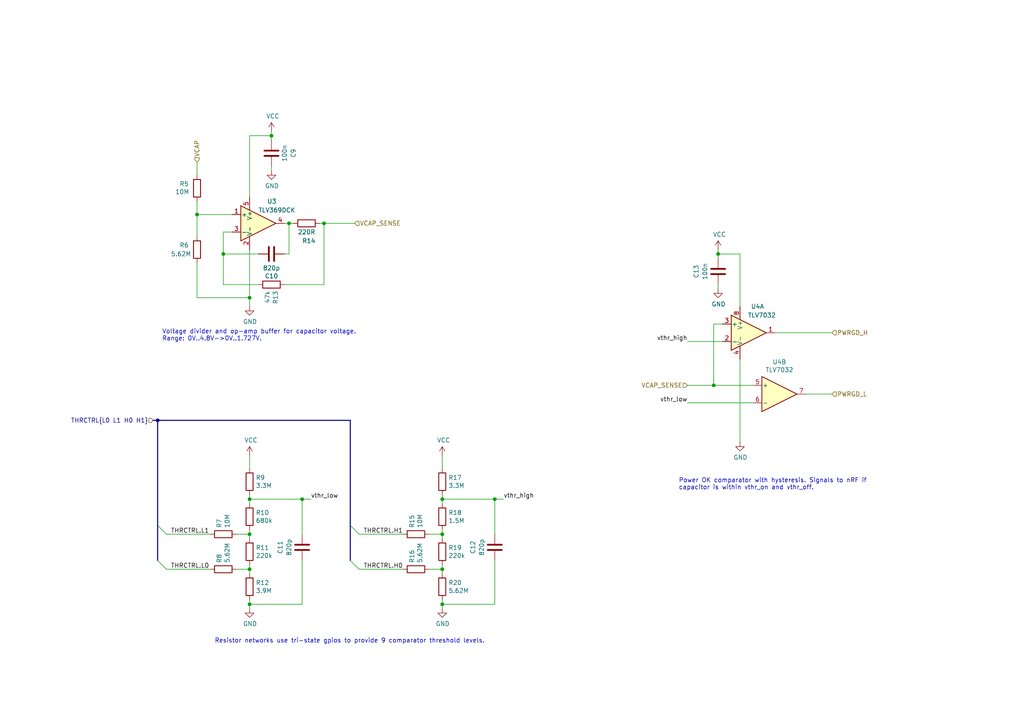
<source format=kicad_sch>
(kicad_sch (version 20231120) (generator "eeschema") (generator_version "8.0")
  (paper "A4")
  (lib_symbols
    (symbol "Riotee:C" (pin_numbers hide) (pin_names (offset 0.254))
      (property "Reference" "C" (at 0.635 2.54 0))
      (property "Value" "C" (at 0.635 -2.54 0))
      (symbol "C_0_1"
        (polyline (pts (xy -2.032 -0.762) (xy 2.032 -0.762)) (stroke (width 0.508)))
        (polyline (pts (xy -2.032 0.762) (xy 2.032 0.762)) (stroke (width 0.508)))
      )
      (symbol "C_1_1"
        (pin passive line (at 0 3.81 270) (length 2.794) (name "~") (number "1"))
        (pin passive line (at 0 -3.81 90) (length 2.794) (name "~") (number "2"))
      )
    )
    (symbol "Riotee:GND" (power) (pin_names (offset 0))
      (property "Value" "GND" (at 0 -3.81 0))
      (symbol "GND_0_1"
        (polyline (pts (xy 0 0) (xy 0 -1.27) (xy 1.27 -1.27) (xy 0 -2.54) (xy -1.27 -1.27) (xy 0 -1.27)))
      )
      (symbol "GND_1_1"
        (pin power_in line (at 0 0 270) (length 0) hide (name "GND") (number "1"))
      )
    )
    (symbol "Riotee:R" (pin_numbers hide) (pin_names (offset 0))
      (property "Reference" "R" (at 2.032 0 90))
      (property "Value" "R" (at 0 0 90))
      (symbol "R_0_1"
        (rectangle (start -1.016 -2.54) (end 1.016 2.54) (stroke (width 0.254)))
      )
      (symbol "R_1_1"
        (pin passive line (at 0 3.81 270) (length 1.27) (name "~") (number "1"))
        (pin passive line (at 0 -3.81 90) (length 1.27) (name "~") (number "2"))
      )
    )
    (symbol "Riotee:TLV369DCK" (pin_names (offset 0.127))
      (property "Reference" "U" (at 0 7.62 0))
      (property "Value" "TLV369DCK" (at -7.62 -20.32 0))
      (symbol "TLV369DCK_0_1"
        (polyline (pts (xy -5.08 5.08) (xy 5.08 0) (xy -5.08 -5.08) (xy -5.08 5.08)) (stroke (width 0.254)) (fill (type background)))
      )
      (symbol "TLV369DCK_1_1"
        (pin input line (at -7.62 2.54 0) (length 2.54) (name "+") (number "1"))
        (pin power_in line (at -2.54 -7.62 90) (length 3.81) (name "V-") (number "2"))
        (pin input line (at -7.62 -2.54 0) (length 2.54) (name "-") (number "3"))
        (pin output line (at 7.62 0 180) (length 2.54) (name "~") (number "4"))
        (pin power_in line (at -2.54 7.62 270) (length 3.81) (name "V+") (number "5"))
      )
    )
    (symbol "Riotee:TLV7032" (pin_names (offset 0.127))
      (property "Reference" "U" (at 1.27 6.35 0))
      (property "Value" "TLV7032" (at 3.81 3.81 0))
      (symbol "TLV7032_1_1"
        (polyline (pts (xy -5.08 5.08) (xy 5.08 0) (xy -5.08 -5.08) (xy -5.08 5.08)) (stroke (width 0.254)) (fill (type background)))
        (pin output line (at 7.62 0 180) (length 2.54) (name "~") (number "1"))
        (pin input line (at -7.62 -2.54 0) (length 2.54) (name "-") (number "2"))
        (pin input line (at -7.62 2.54 0) (length 2.54) (name "+") (number "3"))
      )
      (symbol "TLV7032_2_1"
        (polyline (pts (xy -5.08 2.54) (xy -5.08 5.08) (xy 5.08 0) (xy -5.08 -5.08) (xy -5.08 2.54)) (stroke (width 0.254)) (fill (type background)))
        (pin input line (at -7.62 2.54 0) (length 2.54) (name "+") (number "5"))
        (pin input line (at -7.62 -2.54 0) (length 2.54) (name "-") (number "6"))
        (pin output line (at 7.62 0 180) (length 2.54) (name "~") (number "7"))
      )
      (symbol "TLV7032_3_1"
        (pin power_in line (at -2.54 -7.62 90) (length 3.81) (name "V-") (number "4"))
        (pin power_in line (at -2.54 7.62 270) (length 3.81) (name "V+") (number "8"))
        (pin passive line (at -2.54 -7.62 90) (length 3.81) hide (name "THM") (number "9"))
      )
    )
    (symbol "Riotee:VCC" (power) (pin_names (offset 0))
      (property "Value" "VCC" (at 0 3.81 0))
      (symbol "VCC_0_1"
        (polyline (pts (xy -0.762 1.27) (xy 0 2.54)))
        (polyline (pts (xy 0 0) (xy 0 2.54)))
        (polyline (pts (xy 0 2.54) (xy 0.762 1.27)))
      )
      (symbol "VCC_1_1"
        (pin power_in line (at 0 0 90) (length 0) hide (name "VCC") (number "1"))
      )
    )
  )
  (junction (at 93.98 64.77))
  (junction (at 83.82 64.77))
  (junction (at 57.15 62.23))
  (junction (at 72.39 165.1))
  (junction (at 64.77 73.66))
  (junction (at 45.72 121.92))
  (junction (at 72.39 154.94))
  (junction (at 72.39 175.26))
  (junction (at 128.27 175.26))
  (junction (at 78.74 39.37))
  (junction (at 207.01 111.76))
  (junction (at 143.51 144.78))
  (junction (at 208.28 73.66))
  (junction (at 72.39 86.36))
  (junction (at 128.27 165.1))
  (junction (at 128.27 154.94))
  (junction (at 128.27 144.78))
  (junction (at 87.63 144.78))
  (junction (at 72.39 144.78))
  (bus_entry (at 45.72 152.4) (size 2.54 2.54))
  (bus_entry (at 45.72 162.56) (size 2.54 2.54))
  (bus_entry (at 101.6 152.4) (size 2.54 2.54))
  (bus_entry (at 101.6 162.56) (size 2.54 2.54))
  (wire (pts (xy 68.58 165.1) (xy 72.39 165.1)))
  (wire (pts (xy 64.77 82.55) (xy 74.93 82.55)))
  (wire (pts (xy 224.79 96.52) (xy 241.3 96.52)))
  (wire (pts (xy 124.46 154.94) (xy 128.27 154.94)))
  (wire (pts (xy 72.39 153.67) (xy 72.39 154.94)))
  (wire (pts (xy 72.39 143.51) (xy 72.39 144.78)))
  (wire (pts (xy 128.27 154.94) (xy 128.27 156.21)))
  (wire (pts (xy 72.39 165.1) (xy 72.39 166.37)))
  (wire (pts (xy 64.77 67.31) (xy 67.31 67.31)))
  (wire (pts (xy 72.39 132.08) (xy 72.39 135.89)))
  (wire (pts (xy 72.39 163.83) (xy 72.39 165.1)))
  (wire (pts (xy 87.63 162.56) (xy 87.63 175.26)))
  (wire (pts (xy 208.28 73.66) (xy 214.63 73.66)))
  (wire (pts (xy 72.39 88.9) (xy 72.39 86.36)))
  (wire (pts (xy 83.82 73.66) (xy 83.82 64.77)))
  (wire (pts (xy 83.82 64.77) (xy 85.09 64.77)))
  (wire (pts (xy 57.15 76.2) (xy 57.15 86.36)))
  (wire (pts (xy 208.28 74.93) (xy 208.28 73.66)))
  (wire (pts (xy 143.51 175.26) (xy 128.27 175.26)))
  (wire (pts (xy 143.51 144.78) (xy 146.05 144.78)))
  (bus (pts (xy 101.6 162.56) (xy 101.6 152.4)))
  (wire (pts (xy 92.71 64.77) (xy 93.98 64.77)))
  (wire (pts (xy 57.15 62.23) (xy 57.15 58.42)))
  (wire (pts (xy 93.98 64.77) (xy 102.87 64.77)))
  (bus (pts (xy 45.72 152.4) (xy 45.72 162.56)))
  (wire (pts (xy 209.55 99.06) (xy 199.39 99.06)))
  (wire (pts (xy 64.77 73.66) (xy 64.77 67.31)))
  (wire (pts (xy 128.27 144.78) (xy 128.27 146.05)))
  (wire (pts (xy 128.27 165.1) (xy 128.27 166.37)))
  (wire (pts (xy 72.39 173.99) (xy 72.39 175.26)))
  (wire (pts (xy 57.15 50.8) (xy 57.15 46.99)))
  (wire (pts (xy 214.63 128.27) (xy 214.63 104.14)))
  (bus (pts (xy 101.6 152.4) (xy 101.6 121.92)))
  (wire (pts (xy 214.63 73.66) (xy 214.63 88.9)))
  (wire (pts (xy 78.74 49.53) (xy 78.74 48.26)))
  (wire (pts (xy 82.55 82.55) (xy 93.98 82.55)))
  (wire (pts (xy 78.74 40.64) (xy 78.74 39.37)))
  (wire (pts (xy 78.74 39.37) (xy 72.39 39.37)))
  (wire (pts (xy 67.31 62.23) (xy 57.15 62.23)))
  (wire (pts (xy 207.01 93.98) (xy 207.01 111.76)))
  (wire (pts (xy 72.39 86.36) (xy 72.39 72.39)))
  (bus (pts (xy 45.72 121.92) (xy 45.72 152.4)))
  (wire (pts (xy 82.55 73.66) (xy 83.82 73.66)))
  (wire (pts (xy 128.27 163.83) (xy 128.27 165.1)))
  (wire (pts (xy 48.26 154.94) (xy 60.96 154.94)))
  (wire (pts (xy 83.82 64.77) (xy 82.55 64.77)))
  (wire (pts (xy 87.63 154.94) (xy 87.63 144.78)))
  (wire (pts (xy 209.55 93.98) (xy 207.01 93.98)))
  (wire (pts (xy 128.27 173.99) (xy 128.27 175.26)))
  (wire (pts (xy 48.26 165.1) (xy 60.96 165.1)))
  (wire (pts (xy 128.27 143.51) (xy 128.27 144.78)))
  (wire (pts (xy 233.68 114.3) (xy 241.3 114.3)))
  (bus (pts (xy 44.45 121.92) (xy 45.72 121.92)))
  (wire (pts (xy 143.51 144.78) (xy 128.27 144.78)))
  (wire (pts (xy 207.01 111.76) (xy 218.44 111.76)))
  (wire (pts (xy 128.27 175.26) (xy 128.27 176.53)))
  (wire (pts (xy 93.98 82.55) (xy 93.98 64.77)))
  (wire (pts (xy 57.15 68.58) (xy 57.15 62.23)))
  (wire (pts (xy 78.74 39.37) (xy 78.74 38.1)))
  (wire (pts (xy 72.39 39.37) (xy 72.39 57.15)))
  (wire (pts (xy 64.77 73.66) (xy 64.77 82.55)))
  (wire (pts (xy 208.28 83.82) (xy 208.28 82.55)))
  (wire (pts (xy 128.27 132.08) (xy 128.27 135.89)))
  (wire (pts (xy 208.28 73.66) (xy 208.28 72.39)))
  (wire (pts (xy 143.51 154.94) (xy 143.51 144.78)))
  (wire (pts (xy 87.63 144.78) (xy 72.39 144.78)))
  (wire (pts (xy 199.39 111.76) (xy 207.01 111.76)))
  (wire (pts (xy 104.14 154.94) (xy 116.84 154.94)))
  (wire (pts (xy 57.15 86.36) (xy 72.39 86.36)))
  (wire (pts (xy 128.27 153.67) (xy 128.27 154.94)))
  (wire (pts (xy 143.51 162.56) (xy 143.51 175.26)))
  (wire (pts (xy 72.39 175.26) (xy 72.39 176.53)))
  (wire (pts (xy 74.93 73.66) (xy 64.77 73.66)))
  (wire (pts (xy 72.39 144.78) (xy 72.39 146.05)))
  (wire (pts (xy 104.14 165.1) (xy 116.84 165.1)))
  (wire (pts (xy 87.63 144.78) (xy 90.17 144.78)))
  (wire (pts (xy 72.39 154.94) (xy 72.39 156.21)))
  (wire (pts (xy 124.46 165.1) (xy 128.27 165.1)))
  (wire (pts (xy 87.63 175.26) (xy 72.39 175.26)))
  (wire (pts (xy 68.58 154.94) (xy 72.39 154.94)))
  (bus (pts (xy 45.72 121.92) (xy 101.6 121.92)))
  (wire (pts (xy 218.44 116.84) (xy 199.39 116.84)))
  (text "Power OK comparator with hysteresis. Signals to nRF if\ncapacitor is within vthr_on and vthr_off." (at 196.85 142.24 0) (effects (font (size 1.27 1.27)) (justify left bottom)))
  (text "Resistor networks use tri-state gpios to provide 9 comparator threshold levels." (at 62.23 186.69 0) (effects (font (size 1.27 1.27)) (justify left bottom)))
  (text "Voltage divider and op-amp buffer for capacitor voltage.\nRange: 0V..4.8V->0V..1.727V." (at 46.99 99.06 0) (effects (font (size 1.27 1.27)) (justify left bottom)))
  (label "vthr_high" (at 199.39 99.06 180))
  (label "THRCTRL.H0" (at 105.41 165.1 0))
  (label "vthr_high" (at 146.05 144.78 0))
  (label "vthr_low" (at 90.17 144.78 0))
  (label "vthr_low" (at 199.39 116.84 180))
  (label "THRCTRL.L0" (at 49.53 165.1 0))
  (label "THRCTRL.L1" (at 49.53 154.94 0))
  (label "THRCTRL.H1" (at 105.41 154.94 0))
  (hierarchical_label "VCAP_SENSE" (shape input) (at 102.87 64.77 0))
  (hierarchical_label "VCAP_SENSE" (shape input) (at 199.39 111.76 180))
  (hierarchical_label "THRCTRL{L0 L1 H0 H1}" (shape input) (at 44.45 121.92 180))
  (hierarchical_label "PWRGD_L" (shape input) (at 241.3 114.3 0))
  (hierarchical_label "VCAP" (shape input) (at 57.15 46.99 90))
  (hierarchical_label "PWRGD_H" (shape input) (at 241.3 96.52 0))
  (symbol (lib_id "Riotee:R") (at 64.77 165.1 90) (unit 1)
    (property "Reference" "R8" (at 63.6016 163.322 0) (effects (justify left)))
    (property "Value" "5.62M" (at 65.913 163.322 0) (effects (justify left)))
    (property "Footprint" "Riotee:R_0201_0603Metric" (effects (hide yes)))
    (property "Description" "RES 5.62M OHM 1% 1/20W 0201" (effects (hide yes)))
    (property "MPN" "RC0201FR-075M62L" (effects (hide yes)))
  )
  (symbol (lib_id "Riotee:R") (at 78.74 82.55 270) (unit 1)
    (property "Reference" "R13" (at 79.9084 84.328 0) (effects (justify left)))
    (property "Value" "47k" (at 77.597 84.328 0) (effects (justify left)))
    (property "Footprint" "Riotee:R_0201_0603Metric" (effects (hide yes)))
    (property "Description" "RES 47K OHM 1% 1/20W 0201" (effects (hide yes)))
    (property "MPN" "RC0201FR-0747KL" (effects (hide yes)))
  )
  (symbol (lib_id "Riotee:R") (at 128.27 139.7 0) (unit 1)
    (property "Reference" "R17" (at 130.048 138.5316 0) (effects (justify left)))
    (property "Value" "3.3M" (at 130.048 140.843 0) (effects (justify left)))
    (property "Footprint" "Riotee:R_0201_0603Metric" (effects (hide yes)))
    (property "Description" "RES 3.3M OHM 1% 1/20W 0201" (effects (hide yes)))
    (property "MPN" "RC0201FR-073M3L" (effects (hide yes)))
  )
  (symbol (lib_id "Riotee:GND") (at 214.63 128.27 0) (unit 1)
    (property "Reference" "#PWR019" (effects (hide yes)))
    (property "Value" "GND" (at 214.757 132.6642 0))
  )
  (symbol (lib_id "Riotee:VCC") (at 78.74 38.1 0) (unit 1)
    (property "Reference" "#PWR013" (effects (hide yes)))
    (property "Value" "VCC" (at 79.121 33.7058 0))
  )
  (symbol (lib_id "Riotee:R") (at 128.27 160.02 0) (unit 1)
    (property "Reference" "R19" (at 130.048 158.8516 0) (effects (justify left)))
    (property "Value" "220k" (at 130.048 161.163 0) (effects (justify left)))
    (property "Footprint" "Riotee:R_0201_0603Metric" (effects (hide yes)))
    (property "Description" "RES SMD 220K OHM 1% 1/20W 0201" (effects (hide yes)))
    (property "MPN" "RC0201FR-07220KL" (effects (hide yes)))
  )
  (symbol (lib_id "Riotee:R") (at 120.65 154.94 90) (unit 1)
    (property "Reference" "R15" (at 119.4816 153.162 0) (effects (justify left)))
    (property "Value" "10M" (at 121.793 153.162 0) (effects (justify left)))
    (property "Footprint" "Riotee:R_0201_0603Metric" (effects (hide yes)))
    (property "Description" "RES 10M OHM 1% 1/20W 0201" (effects (hide yes)))
    (property "MPN" "RC0201FR-0710ML" (effects (hide yes)))
  )
  (symbol (lib_id "Riotee:R") (at 72.39 149.86 0) (unit 1)
    (property "Reference" "R10" (at 74.168 148.6916 0) (effects (justify left)))
    (property "Value" "680k" (at 74.168 151.003 0) (effects (justify left)))
    (property "Footprint" "Riotee:R_0201_0603Metric" (effects (hide yes)))
    (property "Description" "RES 680K OHM 1% 1/20W 0201" (effects (hide yes)))
    (property "MPN" "RC0201FR-07680KL" (effects (hide yes)))
  )
  (symbol (lib_id "Riotee:C") (at 143.51 158.75 180) (unit 1)
    (property "Reference" "C12" (at 137.16 158.75 90))
    (property "Value" "820p" (at 139.7 158.75 90))
    (property "Footprint" "Riotee:C_0201_0603Metric" (effects (hide yes)))
    (property "Description" "CAP CER 820PF 50V C0G/NP0 0201" (effects (hide yes)))
    (property "MPN" "GRM0335C1H821JE01D" (effects (hide yes)))
  )
  (symbol (lib_id "Riotee:R") (at 120.65 165.1 90) (unit 1)
    (property "Reference" "R16" (at 119.4816 163.322 0) (effects (justify left)))
    (property "Value" "5.62M" (at 121.793 163.322 0) (effects (justify left)))
    (property "Footprint" "Riotee:R_0201_0603Metric" (effects (hide yes)))
    (property "Description" "RES 5.62M OHM 1% 1/20W 0201" (effects (hide yes)))
    (property "MPN" "RC0201FR-075M62L" (effects (hide yes)))
  )
  (symbol (lib_id "Riotee:R") (at 57.15 54.61 0) (unit 1)
    (property "Reference" "R5" (at 52.07 53.34 0) (effects (justify left)))
    (property "Value" "10M" (at 50.8 55.6514 0) (effects (justify left)))
    (property "Footprint" "Riotee:R_0201_0603Metric" (effects (hide yes)))
    (property "Description" "RES 10M OHM 1% 1/20W 0201" (effects (hide yes)))
    (property "MPN" "RC0201FR-0710ML" (effects (hide yes)))
  )
  (symbol (lib_id "Riotee:TLV7032") (at 217.17 96.52 0) (unit 1)
    (property "Reference" "U4" (at 219.71 88.9 0))
    (property "Value" "TLV7032" (at 220.98 91.44 0))
    (property "Footprint" "Riotee:TI_WSON8_DSG" (effects (hide yes)))
    (property "Datasheet" "http://www.ti.com/lit/ds/symlink/lmv7272.pdf" (effects (hide yes)))
    (property "Description" "Dual comparator, Iq=315nA/Ch" (effects (hide yes)))
    (property "MPN" "TLV7032DSG" (effects (hide yes)))
  )
  (symbol (lib_id "Riotee:R") (at 88.9 64.77 270) (unit 1)
    (property "Reference" "R14" (at 87.63 69.85 90) (effects (justify left)))
    (property "Value" "220R" (at 86.36 67.31 90) (effects (justify left)))
    (property "Footprint" "Riotee:R_0201_0603Metric" (effects (hide yes)))
    (property "Description" "RES 220 OHM 1% 1/20W 0201" (effects (hide yes)))
    (property "MPN" "RC0201FR-07220RL" (effects (hide yes)))
  )
  (symbol (lib_id "Riotee:C") (at 208.28 78.74 180) (unit 1)
    (property "Reference" "C13" (at 201.93 78.74 90))
    (property "Value" "100n" (at 204.47 78.74 90))
    (property "Footprint" "Riotee:C_0201_0603Metric" (effects (hide yes)))
    (property "Description" "CAP CER 0.1UF 10V X5R 0201" (effects (hide yes)))
    (property "MPN" "GRM033R61A104ME15D" (effects (hide yes)))
  )
  (symbol (lib_id "Riotee:TLV7032") (at 226.06 114.3 0) (unit 2)
    (property "Reference" "U4" (at 226.06 104.9782 0))
    (property "Value" "TLV7032" (at 226.06 107.2896 0))
    (property "Footprint" "Riotee:TI_WSON8_DSG" (effects (hide yes)))
    (property "Datasheet" "http://www.ti.com/lit/ds/symlink/lmv7272.pdf" (effects (hide yes)))
    (property "Description" "Dual, 1.8V Low Power, Rail-to-Rail Input, Push-Pull Output Comparator, DSBGA-8" (effects (hide yes)))
    (property "MPN" "TLV7032DSG" (effects (hide yes)))
  )
  (symbol (lib_id "Riotee:R") (at 72.39 170.18 0) (unit 1)
    (property "Reference" "R12" (at 74.168 169.0116 0) (effects (justify left)))
    (property "Value" "3.9M" (at 74.168 171.323 0) (effects (justify left)))
    (property "Footprint" "Riotee:R_0201_0603Metric" (effects (hide yes)))
    (property "Description" "RES 3.9M OHM 1% 1/20W 0201" (effects (hide yes)))
    (property "MPN" "RC0201FR-073M9L" (effects (hide yes)))
  )
  (symbol (lib_id "Riotee:R") (at 57.15 72.39 0) (unit 1)
    (property "Reference" "R6" (at 52.07 71.12 0) (effects (justify left)))
    (property "Value" "5.62M" (at 49.53 73.66 0) (effects (justify left)))
    (property "Footprint" "Riotee:R_0201_0603Metric" (effects (hide yes)))
    (property "Description" "RES 5.62M OHM 1% 1/20W 0201" (effects (hide yes)))
    (property "MPN" "RC0201FR-075M62L" (effects (hide yes)))
  )
  (symbol (lib_id "Riotee:R") (at 72.39 160.02 0) (unit 1)
    (property "Reference" "R11" (at 74.168 158.8516 0) (effects (justify left)))
    (property "Value" "220k" (at 74.168 161.163 0) (effects (justify left)))
    (property "Footprint" "Riotee:R_0201_0603Metric" (effects (hide yes)))
    (property "Description" "RES SMD 220K OHM 1% 1/20W 0201" (effects (hide yes)))
    (property "MPN" "RC0201FR-07220KL" (effects (hide yes)))
  )
  (symbol (lib_id "Riotee:GND") (at 72.39 176.53 0) (unit 1)
    (property "Reference" "#PWR012" (effects (hide yes)))
    (property "Value" "GND" (at 72.517 180.9242 0))
  )
  (symbol (lib_id "Riotee:C") (at 87.63 158.75 180) (unit 1)
    (property "Reference" "C11" (at 81.28 158.75 90))
    (property "Value" "820p" (at 83.82 158.75 90))
    (property "Footprint" "Riotee:C_0201_0603Metric" (effects (hide yes)))
    (property "Description" "CAP CER 820PF 50V C0G/NP0 0201" (effects (hide yes)))
    (property "MPN" "GRM0335C1H821JE01D" (effects (hide yes)))
  )
  (symbol (lib_id "Riotee:GND") (at 208.28 83.82 0) (unit 1)
    (property "Reference" "#PWR018" (effects (hide yes)))
    (property "Value" "GND" (at 208.407 88.2142 0))
  )
  (symbol (lib_id "Riotee:VCC") (at 72.39 132.08 0) (unit 1)
    (property "Reference" "#PWR011" (effects (hide yes)))
    (property "Value" "VCC" (at 72.771 127.6858 0))
  )
  (symbol (lib_id "Riotee:GND") (at 72.39 88.9 0) (unit 1)
    (property "Reference" "#PWR010" (effects (hide yes)))
    (property "Value" "GND" (at 72.517 93.2942 0))
  )
  (symbol (lib_id "Riotee:C") (at 78.74 73.66 270) (unit 1)
    (property "Reference" "C10" (at 78.74 80.0608 90))
    (property "Value" "820p" (at 78.74 77.7494 90))
    (property "Footprint" "Riotee:C_0201_0603Metric" (effects (hide yes)))
    (property "Description" "CAP CER 820PF 50V C0G/NP0 0201" (effects (hide yes)))
    (property "MPN" "GRM0335C1H821JE01D" (effects (hide yes)))
  )
  (symbol (lib_id "Riotee:TLV7032") (at 217.17 96.52 0) (unit 3)
    (property "Reference" "U4" (effects (hide yes)))
    (property "Value" "TLV7032" (effects (hide yes)))
    (property "Footprint" "Riotee:TI_WSON8_DSG" (effects (hide yes)))
    (property "Datasheet" "http://www.ti.com/lit/ds/symlink/lmv7272.pdf" (effects (hide yes)))
    (property "Description" "Dual comparator, Iq=315nA/Ch" (effects (hide yes)))
    (property "MPN" "TLV7032DSG" (effects (hide yes)))
  )
  (symbol (lib_id "Riotee:R") (at 128.27 149.86 0) (unit 1)
    (property "Reference" "R18" (at 130.048 148.6916 0) (effects (justify left)))
    (property "Value" "1.5M" (at 130.048 151.003 0) (effects (justify left)))
    (property "Footprint" "Riotee:R_0201_0603Metric" (effects (hide yes)))
    (property "Description" "RES 1.5M OHM 1% 1/20W 0201" (effects (hide yes)))
    (property "MPN" "RC0201FR-071M5L" (effects (hide yes)))
  )
  (symbol (lib_id "Riotee:GND") (at 78.74 49.53 0) (unit 1)
    (property "Reference" "#PWR014" (effects (hide yes)))
    (property "Value" "GND" (at 78.867 53.9242 0))
  )
  (symbol (lib_id "Riotee:R") (at 72.39 139.7 0) (unit 1)
    (property "Reference" "R9" (at 74.168 138.5316 0) (effects (justify left)))
    (property "Value" "3.3M" (at 74.168 140.843 0) (effects (justify left)))
    (property "Footprint" "Riotee:R_0201_0603Metric" (effects (hide yes)))
    (property "Description" "RES 3.3M OHM 1% 1/20W 0201" (effects (hide yes)))
    (property "MPN" "RC0201FR-073M3L" (effects (hide yes)))
  )
  (symbol (lib_id "Riotee:GND") (at 128.27 176.53 0) (unit 1)
    (property "Reference" "#PWR016" (effects (hide yes)))
    (property "Value" "GND" (at 128.397 180.9242 0))
  )
  (symbol (lib_id "Riotee:TLV369DCK") (at 74.93 64.77 0) (unit 1)
    (property "Reference" "U3" (at 77.47 58.42 0) (effects (justify left)))
    (property "Value" "TLV369DCK" (at 74.93 60.96 0) (effects (justify left)))
    (property "Footprint" "Riotee:TI_SC70-5_DCK5" (effects (hide yes)))
    (property "Description" "Op-Amp, Iq=800nA" (effects (hide yes)))
    (property "MPN" "TLV369IDCK" (effects (hide yes)))
  )
  (symbol (lib_id "Riotee:VCC") (at 208.28 72.39 0) (unit 1)
    (property "Reference" "#PWR017" (effects (hide yes)))
    (property "Value" "VCC" (at 208.661 67.9958 0))
  )
  (symbol (lib_id "Riotee:R") (at 128.27 170.18 0) (unit 1)
    (property "Reference" "R20" (at 130.048 169.0116 0) (effects (justify left)))
    (property "Value" "5.62M" (at 130.048 171.323 0) (effects (justify left)))
    (property "Footprint" "Riotee:R_0201_0603Metric" (effects (hide yes)))
    (property "Description" "RES 5.62M OHM 1% 1/20W 0201" (effects (hide yes)))
    (property "MPN" "RC0201FR-075M62L" (effects (hide yes)))
  )
  (symbol (lib_id "Riotee:R") (at 64.77 154.94 90) (unit 1)
    (property "Reference" "R7" (at 63.6016 153.162 0) (effects (justify left)))
    (property "Value" "10M" (at 65.913 153.162 0) (effects (justify left)))
    (property "Footprint" "Riotee:R_0201_0603Metric" (effects (hide yes)))
    (property "Description" "RES 10M OHM 1% 1/20W 0201" (effects (hide yes)))
    (property "MPN" "RC0201FR-0710ML" (effects (hide yes)))
  )
  (symbol (lib_id "Riotee:C") (at 78.74 44.45 180) (unit 1)
    (property "Reference" "C9" (at 85.09 44.45 90))
    (property "Value" "100n" (at 82.55 44.45 90))
    (property "Footprint" "Riotee:C_0201_0603Metric" (effects (hide yes)))
    (property "Description" "CAP CER 0.1UF 10V X5R 0201" (effects (hide yes)))
    (property "MPN" "GRM033R61A104ME15D" (effects (hide yes)))
  )
  (symbol (lib_id "Riotee:VCC") (at 128.27 132.08 0) (unit 1)
    (property "Reference" "#PWR015" (effects (hide yes)))
    (property "Value" "VCC" (at 128.651 127.6858 0))
  )
)
</source>
